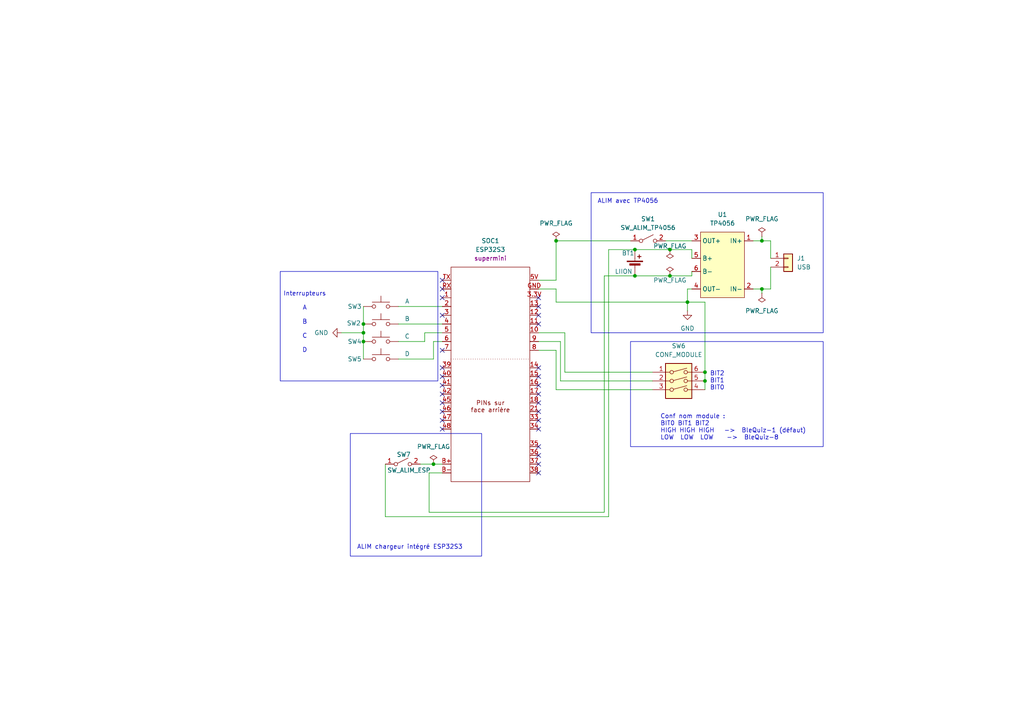
<source format=kicad_sch>
(kicad_sch (version 20250114) (generator "eeschema") (generator_version "9.0")
  (paper "A4")
  (title_block (title "Module BleQuiz") (date "2026-01-09") (rev "v1") (company "Christophe SCAYA"))
  (lib_symbols
    (symbol "Connector_Generic:Conn_01x02" (pin_names (offset 1.016) (hide yes))
      (property "Reference" "J" (at 0 2.54 0))
      (property "Value" "Conn_01x02" (at 0 -5.08 0))
      (symbol "Conn_01x02_1_1"
        (rectangle (start -1.27 1.27) (end 1.27 -3.81) (stroke (width 0.254)) (fill (type background)))
        (rectangle (start -1.27 0.127) (end 0 -0.127) (stroke (width 0.1524)))
        (rectangle (start -1.27 -2.413) (end 0 -2.667) (stroke (width 0.1524)))
        (pin passive line (at -5.08 0 0) (length 3.81) (name "Pin_1") (number "1"))
        (pin passive line (at -5.08 -2.54 0) (length 3.81) (name "Pin_2") (number "2"))
      )
    )
    (symbol "Device:Battery_Cell" (pin_numbers (hide yes)) (pin_names (offset 0) (hide yes))
      (property "Reference" "BT" (at 2.54 2.54 0))
      (property "Value" "Battery_Cell" (at 2.54 0 0))
      (symbol "Battery_Cell_0_1"
        (rectangle (start -2.286 1.778) (end 2.286 1.524) (fill (type outline)))
        (rectangle (start -1.524 1.016) (end 1.524 0.508) (fill (type outline)))
        (polyline (pts (xy 0 1.778) (xy 0 2.54)))
        (polyline (pts (xy 0 0.762) (xy 0 0)))
        (polyline (pts (xy 0.762 3.048) (xy 1.778 3.048)) (stroke (width 0.254)))
        (polyline (pts (xy 1.27 3.556) (xy 1.27 2.54)) (stroke (width 0.254)))
      )
      (symbol "Battery_Cell_1_1"
        (pin passive line (at 0 5.08 270) (length 2.54) (name "+") (number "1"))
        (pin passive line (at 0 -2.54 90) (length 2.54) (name "-") (number "2"))
      )
    )
    (symbol "ESP32_boards:ESP32S3_supermini"
      (property "Reference" "SOC" (at 11.684 -9.906 0))
      (property "Value" "ESP32S3" (at 11.938 -14.732 0))
      (property "Description" "supermini" (at 11.938 -12.192 0))
      (symbol "ESP32S3_supermini_0_1"
        (rectangle (start 0 0) (end 22.86 -62.23))
      )
      (symbol "ESP32S3_supermini_1_1"
        (polyline (pts (xy 0 -26.67) (xy 22.86 -26.67)) (stroke (width 0) (type dot)))
        (text "PINs sur\nface arrière" (at 11.43 -40.386 0) (effects (font (size 1.27 1.27))))
        (pin bidirectional line (at -2.54 -3.81 0) (length 2.54) (name "") (number "TX"))
        (pin bidirectional line (at -2.54 -6.35 0) (length 2.54) (name "") (number "RX"))
        (pin bidirectional line (at -2.54 -8.89 0) (length 2.54) (name "") (number "1"))
        (pin bidirectional line (at -2.54 -11.43 0) (length 2.54) (name "") (number "2"))
        (pin bidirectional line (at -2.54 -13.97 0) (length 2.54) (name "") (number "3"))
        (pin bidirectional line (at -2.54 -16.51 0) (length 2.54) (name "") (number "4"))
        (pin bidirectional line (at -2.54 -19.05 0) (length 2.54) (name "") (number "5"))
        (pin bidirectional line (at -2.54 -21.59 0) (length 2.54) (name "") (number "6"))
        (pin bidirectional line (at -2.54 -24.13 0) (length 2.54) (name "") (number "7"))
        (pin bidirectional line (at -2.54 -29.21 0) (length 2.54) (name "") (number "39"))
        (pin bidirectional line (at -2.54 -31.75 0) (length 2.54) (name "") (number "40"))
        (pin bidirectional line (at -2.54 -34.29 0) (length 2.54) (name "") (number "41"))
        (pin bidirectional line (at -2.54 -36.83 0) (length 2.54) (name "") (number "42"))
        (pin bidirectional line (at -2.54 -39.37 0) (length 2.54) (name "") (number "45"))
        (pin bidirectional line (at -2.54 -41.91 0) (length 2.54) (name "") (number "46"))
        (pin bidirectional line (at -2.54 -44.45 0) (length 2.54) (name "") (number "47"))
        (pin bidirectional line (at -2.54 -46.99 0) (length 2.54) (name "") (number "48"))
        (pin power_in line (at -2.54 -57.15 0) (length 2.54) (name "") (number "B+"))
        (pin power_in line (at -2.54 -59.69 0) (length 2.54) (name "") (number "B-"))
        (pin power_in line (at 25.4 -3.81 180) (length 2.54) (name "") (number "5V"))
        (pin power_in line (at 25.4 -6.35 180) (length 2.54) (name "") (number "GND"))
        (pin power_out line (at 25.4 -8.89 180) (length 2.54) (name "") (number "3.3V"))
        (pin bidirectional line (at 25.4 -11.43 180) (length 2.54) (name "") (number "13"))
        (pin bidirectional line (at 25.4 -13.97 180) (length 2.54) (name "") (number "12"))
        (pin bidirectional line (at 25.4 -16.51 180) (length 2.54) (name "") (number "11"))
        (pin bidirectional line (at 25.4 -19.05 180) (length 2.54) (name "") (number "10"))
        (pin bidirectional line (at 25.4 -21.59 180) (length 2.54) (name "") (number "9"))
        (pin bidirectional line (at 25.4 -24.13 180) (length 2.54) (name "") (number "8"))
        (pin bidirectional line (at 25.4 -29.21 180) (length 2.54) (name "") (number "14"))
        (pin bidirectional line (at 25.4 -31.75 180) (length 2.54) (name "") (number "15"))
        (pin bidirectional line (at 25.4 -34.29 180) (length 2.54) (name "") (number "16"))
        (pin bidirectional line (at 25.4 -36.83 180) (length 2.54) (name "") (number "17"))
        (pin bidirectional line (at 25.4 -39.37 180) (length 2.54) (name "") (number "18"))
        (pin bidirectional line (at 25.4 -41.91 180) (length 2.54) (name "") (number "21"))
        (pin bidirectional line (at 25.4 -44.45 180) (length 2.54) (name "") (number "33"))
        (pin bidirectional line (at 25.4 -46.99 180) (length 2.54) (name "") (number "34"))
        (pin bidirectional line (at 25.4 -52.07 180) (length 2.54) (name "") (number "35"))
        (pin bidirectional line (at 25.4 -54.61 180) (length 2.54) (name "") (number "36"))
        (pin bidirectional line (at 25.4 -57.15 180) (length 2.54) (name "") (number "37"))
        (pin bidirectional line (at 25.4 -59.69 180) (length 2.54) (name "") (number "38"))
      )
    )
    (symbol "Switch:SW_DIP_x03" (pin_names (offset 0) (hide yes))
      (property "Reference" "SW" (at 0 6.35 0))
      (property "Value" "SW_DIP_x03" (at 0 -6.35 0))
      (symbol "SW_DIP_x03_0_0"
        (circle (center -2.032 2.54) (radius 0.508))
        (circle (center -2.032 0) (radius 0.508))
        (circle (center -2.032 -2.54) (radius 0.508))
        (polyline (pts (xy -1.524 2.667) (xy 2.3622 3.7084)))
        (polyline (pts (xy -1.524 0.127) (xy 2.3622 1.1684)))
        (polyline (pts (xy -1.524 -2.413) (xy 2.3622 -1.3716)))
        (circle (center 2.032 2.54) (radius 0.508))
        (circle (center 2.032 0) (radius 0.508))
        (circle (center 2.032 -2.54) (radius 0.508))
      )
      (symbol "SW_DIP_x03_0_1"
        (rectangle (start -3.81 5.08) (end 3.81 -5.08) (stroke (width 0.254)) (fill (type background)))
      )
      (symbol "SW_DIP_x03_1_1"
        (pin passive line (at -7.62 2.54 0) (length 5.08) (name "~") (number "1"))
        (pin passive line (at -7.62 0 0) (length 5.08) (name "~") (number "2"))
        (pin passive line (at -7.62 -2.54 0) (length 5.08) (name "~") (number "3"))
        (pin passive line (at 7.62 2.54 180) (length 5.08) (name "~") (number "6"))
        (pin passive line (at 7.62 0 180) (length 5.08) (name "~") (number "5"))
        (pin passive line (at 7.62 -2.54 180) (length 5.08) (name "~") (number "4"))
      )
    )
    (symbol "Switch:SW_Push" (pin_numbers (hide yes)) (pin_names (offset 1.016) (hide yes))
      (property "Reference" "SW" (at 1.27 2.54 0))
      (property "Value" "SW_Push" (at 0 -1.524 0))
      (symbol "SW_Push_0_1"
        (circle (center -2.032 0) (radius 0.508))
        (polyline (pts (xy 0 1.27) (xy 0 3.048)))
        (circle (center 2.032 0) (radius 0.508))
        (polyline (pts (xy 2.54 1.27) (xy -2.54 1.27)))
        (pin passive line (at -5.08 0 0) (length 2.54) (name "1") (number "1"))
        (pin passive line (at 5.08 0 180) (length 2.54) (name "2") (number "2"))
      )
    )
    (symbol "Switch:SW_SPST" (pin_names (offset 0) (hide yes))
      (property "Reference" "SW" (at 0 3.175 0))
      (property "Value" "SW_SPST" (at 0 -2.54 0))
      (symbol "SW_SPST_0_0"
        (circle (center -2.032 0) (radius 0.508))
        (polyline (pts (xy -1.524 0.254) (xy 1.524 1.778)))
        (circle (center 2.032 0) (radius 0.508))
      )
      (symbol "SW_SPST_1_1"
        (pin passive line (at -5.08 0 0) (length 2.54) (name "A") (number "1"))
        (pin passive line (at 5.08 0 180) (length 2.54) (name "B") (number "2"))
      )
    )
    (symbol "TP4056_module:TP4056_module"
      (property "Reference" "U2" (at 0 -0.3081 0))
      (property "Value" "~" (at 0 0 0))
      (symbol "TP4056_module_1_1"
        (rectangle (start -6.35 -1.27) (end 6.35 -20.32) (fill (type background)))
        (pin power_in line (at -8.89 -3.81 0) (length 2.54) (name "IN+") (number "1"))
        (pin power_in line (at -8.89 -17.78 0) (length 2.54) (name "IN-") (number "2"))
        (pin power_out line (at 8.89 -3.81 180) (length 2.54) (name "OUT+") (number "3"))
        (pin power_in line (at 8.89 -8.89 180) (length 2.54) (name "B+") (number "5"))
        (pin power_in line (at 8.89 -12.7 180) (length 2.54) (name "B-") (number "6"))
        (pin power_out line (at 8.89 -17.78 180) (length 2.54) (name "OUT-") (number "4"))
      )
    )
    (symbol "power:GND" (power) (pin_numbers (hide yes)) (pin_names (offset 0) (hide yes))
      (property "Value" "GND" (at 0 -3.81 0))
      (symbol "GND_0_1"
        (polyline (pts (xy 0 0) (xy 0 -1.27) (xy 1.27 -1.27) (xy 0 -2.54) (xy -1.27 -1.27) (xy 0 -1.27)))
      )
      (symbol "GND_1_1"
        (pin power_in line (at 0 0 270) (length 0) (name "~") (number "1"))
      )
    )
    (symbol "power:PWR_FLAG" (power) (pin_numbers (hide yes)) (pin_names (offset 0) (hide yes))
      (property "Value" "PWR_FLAG" (at 0 3.81 0))
      (symbol "PWR_FLAG_0_0"
        (pin power_out line (at 0 0 90) (length 0) (name "~") (number "1"))
      )
      (symbol "PWR_FLAG_0_1"
        (polyline (pts (xy 0 0) (xy 0 1.27) (xy -1.016 1.905) (xy 0 2.54) (xy 1.016 1.905) (xy 0 1.27)))
      )
    )
  )
  (rectangle (start 182.88 99.06) (end 238.76 129.54))
  (rectangle (start 81.28 78.74) (end 127 110.49))
  (rectangle (start 171.45 55.88) (end 238.76 96.52))
  (rectangle (start 101.6 125.73) (end 139.7 161.29))
  (text "BIT2\nBIT1\nBIT0" (at 208.026 110.49 0) (effects (font (size 1.27 1.27))))
  (text "ALIM chargeur intégré ESP32S3" (at 118.872 158.75 0) (effects (font (size 1.27 1.27))))
  (text "Conf nom module :\nBIT0 BIT1 BIT2\nHIGH HIGH HIGH   ->  BleQuiz-1 (défaut)\nLOW  LOW  LOW    ->  BleQuiz-8" (at 191.516 123.952 0) (effects (font (size 1.27 1.27)) (justify left)))
  (text "Interrupteurs\n\nA\n\nB\n\nC\n\nD" (at 88.392 93.472 0) (effects (font (size 1.27 1.27))))
  (text "ALIM avec TP4056" (at 182.118 58.42 0) (effects (font (size 1.27 1.27))))
  (junction (at 125.73 134.62))
  (junction (at 204.47 107.95))
  (junction (at 184.15 80.01))
  (junction (at 161.29 69.85))
  (junction (at 204.47 110.49))
  (junction (at 105.41 96.52))
  (junction (at 220.98 69.85))
  (junction (at 105.41 99.06))
  (junction (at 194.31 80.01))
  (junction (at 220.98 83.82))
  (junction (at 199.39 87.63))
  (junction (at 194.31 72.39))
  (junction (at 105.41 93.98))
  (junction (at 184.15 72.39))
  (no_connect (at 128.27 124.46))
  (no_connect (at 156.21 134.62))
  (no_connect (at 156.21 106.68))
  (no_connect (at 156.21 137.16))
  (no_connect (at 128.27 86.36))
  (no_connect (at 128.27 91.44))
  (no_connect (at 128.27 81.28))
  (no_connect (at 156.21 111.76))
  (no_connect (at 128.27 111.76))
  (no_connect (at 128.27 101.6))
  (no_connect (at 156.21 86.36))
  (no_connect (at 128.27 116.84))
  (no_connect (at 128.27 114.3))
  (no_connect (at 128.27 121.92))
  (no_connect (at 156.21 93.98))
  (no_connect (at 156.21 114.3))
  (no_connect (at 156.21 129.54))
  (no_connect (at 156.21 124.46))
  (no_connect (at 128.27 109.22))
  (no_connect (at 156.21 132.08))
  (no_connect (at 156.21 116.84))
  (no_connect (at 156.21 88.9))
  (no_connect (at 156.21 121.92))
  (no_connect (at 156.21 109.22))
  (no_connect (at 128.27 106.68))
  (no_connect (at 156.21 91.44))
  (no_connect (at 156.21 119.38))
  (no_connect (at 128.27 119.38))
  (no_connect (at 128.27 83.82))
  (wire (pts (xy 115.57 99.06) (xy 123.19 99.06)))
  (wire (pts (xy 124.46 148.59) (xy 124.46 137.16)))
  (wire (pts (xy 199.39 83.82) (xy 199.39 87.63)))
  (wire (pts (xy 220.98 69.85) (xy 223.52 69.85)))
  (wire (pts (xy 200.66 72.39) (xy 200.66 74.93)))
  (wire (pts (xy 111.76 134.62) (xy 111.76 149.86)))
  (wire (pts (xy 223.52 83.82) (xy 223.52 77.47)))
  (wire (pts (xy 105.41 93.98) (xy 105.41 96.52)))
  (wire (pts (xy 218.44 83.82) (xy 220.98 83.82)))
  (wire (pts (xy 161.29 101.6) (xy 161.29 113.03)))
  (wire (pts (xy 204.47 87.63) (xy 204.47 107.95)))
  (wire (pts (xy 123.19 96.52) (xy 128.27 96.52)))
  (wire (pts (xy 199.39 87.63) (xy 161.29 87.63)))
  (wire (pts (xy 111.76 149.86) (xy 176.53 149.86)))
  (wire (pts (xy 156.21 101.6) (xy 161.29 101.6)))
  (wire (pts (xy 105.41 88.9) (xy 105.41 93.98)))
  (wire (pts (xy 115.57 93.98) (xy 128.27 93.98)))
  (wire (pts (xy 218.44 69.85) (xy 220.98 69.85)))
  (wire (pts (xy 220.98 83.82) (xy 223.52 83.82)))
  (wire (pts (xy 162.56 110.49) (xy 189.23 110.49)))
  (wire (pts (xy 125.73 99.06) (xy 128.27 99.06)))
  (wire (pts (xy 199.39 83.82) (xy 200.66 83.82)))
  (wire (pts (xy 123.19 99.06) (xy 123.19 96.52)))
  (wire (pts (xy 156.21 81.28) (xy 161.29 81.28)))
  (wire (pts (xy 223.52 69.85) (xy 223.52 74.93)))
  (wire (pts (xy 220.98 83.82) (xy 220.98 85.09)))
  (wire (pts (xy 184.15 72.39) (xy 194.31 72.39)))
  (wire (pts (xy 175.26 80.01) (xy 175.26 148.59)))
  (wire (pts (xy 204.47 107.95) (xy 204.47 110.49)))
  (wire (pts (xy 105.41 99.06) (xy 105.41 104.14)))
  (wire (pts (xy 184.15 80.01) (xy 175.26 80.01)))
  (wire (pts (xy 121.92 134.62) (xy 125.73 134.62)))
  (wire (pts (xy 175.26 148.59) (xy 124.46 148.59)))
  (wire (pts (xy 156.21 96.52) (xy 163.83 96.52)))
  (wire (pts (xy 200.66 80.01) (xy 200.66 78.74)))
  (wire (pts (xy 184.15 80.01) (xy 194.31 80.01)))
  (wire (pts (xy 115.57 88.9) (xy 128.27 88.9)))
  (wire (pts (xy 176.53 149.86) (xy 176.53 72.39)))
  (wire (pts (xy 194.31 80.01) (xy 200.66 80.01)))
  (wire (pts (xy 163.83 107.95) (xy 189.23 107.95)))
  (wire (pts (xy 163.83 96.52) (xy 163.83 107.95)))
  (wire (pts (xy 156.21 99.06) (xy 162.56 99.06)))
  (wire (pts (xy 193.04 69.85) (xy 200.66 69.85)))
  (wire (pts (xy 125.73 104.14) (xy 125.73 99.06)))
  (wire (pts (xy 220.98 68.58) (xy 220.98 69.85)))
  (wire (pts (xy 124.46 137.16) (xy 128.27 137.16)))
  (wire (pts (xy 105.41 96.52) (xy 105.41 99.06)))
  (wire (pts (xy 161.29 87.63) (xy 161.29 83.82)))
  (wire (pts (xy 199.39 87.63) (xy 204.47 87.63)))
  (wire (pts (xy 194.31 72.39) (xy 200.66 72.39)))
  (wire (pts (xy 161.29 81.28) (xy 161.29 69.85)))
  (wire (pts (xy 161.29 113.03) (xy 189.23 113.03)))
  (wire (pts (xy 204.47 110.49) (xy 204.47 113.03)))
  (wire (pts (xy 161.29 69.85) (xy 182.88 69.85)))
  (wire (pts (xy 125.73 134.62) (xy 128.27 134.62)))
  (wire (pts (xy 156.21 83.82) (xy 161.29 83.82)))
  (wire (pts (xy 162.56 99.06) (xy 162.56 110.49)))
  (wire (pts (xy 115.57 104.14) (xy 125.73 104.14)))
  (wire (pts (xy 199.39 87.63) (xy 199.39 90.17)))
  (wire (pts (xy 99.06 96.52) (xy 105.41 96.52)))
  (wire (pts (xy 176.53 72.39) (xy 184.15 72.39)))
  (symbol (lib_id "power:GND") (at 199.39 90.17 0) (unit 1)
    (property "Reference" "#PWR01" (effects (hide yes)))
    (property "Value" "GND" (at 199.39 95.25 0))
    (property "Description" "Power symbol creates a global label with name \"GND\" , ground" (effects (hide yes)))
  )
  (symbol (lib_id "power:PWR_FLAG") (at 194.31 80.01 0) (unit 1)
    (property "Reference" "#FLG02" (effects (hide yes)))
    (property "Value" "PWR_FLAG" (at 194.31 81.28 0))
    (property "Description" "Special symbol for telling ERC where power comes from" (effects (hide yes)))
  )
  (symbol (lib_id "power:PWR_FLAG") (at 220.98 85.09 0) (mirror x) (unit 1)
    (property "Reference" "#FLG05" (effects (hide yes)))
    (property "Value" "PWR_FLAG" (at 220.98 90.17 0))
    (property "Description" "Special symbol for telling ERC where power comes from" (effects (hide yes)))
  )
  (symbol (lib_id "power:PWR_FLAG") (at 194.31 72.39 180) (unit 1)
    (property "Reference" "#FLG03" (effects (hide yes)))
    (property "Value" "PWR_FLAG" (at 194.31 71.374 0))
    (property "Description" "Special symbol for telling ERC where power comes from" (effects (hide yes)))
  )
  (symbol (lib_id "power:PWR_FLAG") (at 125.73 134.62 0) (unit 1)
    (property "Reference" "#FLG06" (effects (hide yes)))
    (property "Value" "PWR_FLAG" (at 125.73 129.54 0))
    (property "Description" "Special symbol for telling ERC where power comes from" (effects (hide yes)))
  )
  (symbol (lib_id "Switch:SW_SPST") (at 116.84 134.62 0) (unit 1)
    (property "Reference" "SW7" (at 117.094 131.826 0))
    (property "Value" "SW_ALIM_ESP" (at 118.618 136.398 0))
    (property "Footprint" "Connector_PinHeader_2.54mm:PinHeader_1x02_P2.54mm_Vertical" (effects (hide yes)))
    (property "Description" "Single Pole Single Throw (SPST) switch" (effects (hide yes)))
  )
  (symbol (lib_id "Switch:SW_Push") (at 110.49 99.06 0) (unit 1)
    (property "Reference" "SW4" (at 102.87 99.06 0))
    (property "Value" "C" (at 118.11 97.536 0))
    (property "Footprint" "SW_PUSH-12mm:SW_PUSH-12mm" (effects (hide yes)))
    (property "Description" "Push button switch, generic, two pins" (effects (hide yes)))
  )
  (symbol (lib_id "ESP32_boards:ESP32S3_supermini") (at 130.81 77.47 0) (unit 1)
    (property "Reference" "SOC1" (at 142.24 69.85 0))
    (property "Value" "ESP32S3" (at 142.24 72.39 0))
    (property "Footprint" "ESP32_boards:ESP32S3_supermini" (effects (hide yes)))
    (property "Description" "supermini" (at 142.24 74.93 0))
  )
  (symbol (lib_id "Switch:SW_Push") (at 110.49 104.14 0) (unit 1)
    (property "Reference" "SW5" (at 102.87 104.14 0))
    (property "Value" "D" (at 118.11 102.616 0))
    (property "Footprint" "SW_PUSH-12mm:SW_PUSH-12mm" (effects (hide yes)))
    (property "Description" "Push button switch, generic, two pins" (effects (hide yes)))
  )
  (symbol (lib_id "Switch:SW_DIP_x03") (at 196.85 110.49 0) (unit 1)
    (property "Reference" "SW6" (at 196.85 100.33 0))
    (property "Value" "CONF_MODULE" (at 196.85 102.87 0))
    (property "Footprint" "Button_Switch_THT:SW_DIP_SPSTx03_Slide_6.7x9.18mm_W7.62mm_P2.54mm_LowProfile" (effects (hide yes)))
    (property "Description" "3x DIP Switch, Single Pole Single Throw (SPST) switch, small symbol" (effects (hide yes)))
  )
  (symbol (lib_id "Device:Battery_Cell") (at 184.15 77.47 0) (unit 1)
    (property "Reference" "BT1" (at 180.34 73.406 0) (effects (justify left)))
    (property "Value" "LIION" (at 178.308 78.74 0) (effects (justify left)))
    (property "Footprint" "TP4056-18650:18650_support" (effects (hide yes)))
    (property "Description" "Single-cell battery" (effects (hide yes)))
  )
  (symbol (lib_id "power:GND") (at 99.06 96.52 270) (unit 1)
    (property "Reference" "#PWR02" (effects (hide yes)))
    (property "Value" "GND" (at 95.25 96.5199 90) (effects (justify right)))
    (property "Description" "Power symbol creates a global label with name \"GND\" , ground" (effects (hide yes)))
  )
  (symbol (lib_id "power:PWR_FLAG") (at 161.29 69.85 0) (unit 1)
    (property "Reference" "#FLG01" (effects (hide yes)))
    (property "Value" "PWR_FLAG" (at 161.29 64.77 0))
    (property "Description" "Special symbol for telling ERC where power comes from" (effects (hide yes)))
  )
  (symbol (lib_id "Switch:SW_Push") (at 110.49 88.9 0) (unit 1)
    (property "Reference" "SW3" (at 102.87 88.9 0))
    (property "Value" "A" (at 118.11 87.376 0))
    (property "Footprint" "SW_PUSH-12mm:SW_PUSH-12mm" (effects (hide yes)))
    (property "Description" "Push button switch, generic, two pins" (effects (hide yes)))
  )
  (symbol (lib_id "TP4056_module:TP4056_module") (at 209.55 66.04 0) (mirror y) (unit 1)
    (property "Reference" "U1" (at 209.55 62.23 0))
    (property "Value" "TP4056" (at 209.55 64.77 0))
    (property "Footprint" "TP4056-18650:TP4056-18650" (effects (hide yes)))
  )
  (symbol (lib_id "Connector_Generic:Conn_01x02") (at 228.6 74.93 0) (unit 1)
    (property "Reference" "J1" (at 231.14 74.9299 0) (effects (justify left)))
    (property "Value" "USB" (at 231.14 77.4699 0) (effects (justify left)))
    (property "Footprint" "Connector_PinHeader_2.54mm:PinHeader_1x02_P2.54mm_Vertical" (effects (hide yes)))
    (property "Description" "Generic connector, single row, 01x02, script generated (kicad-library-utils/schlib/autogen/connector/)" (effects (hide yes)))
  )
  (symbol (lib_id "Switch:SW_SPST") (at 187.96 69.85 0) (unit 1)
    (property "Reference" "SW1" (at 187.96 63.5 0))
    (property "Value" "SW_ALIM_TP4056" (at 187.96 66.04 0))
    (property "Footprint" "Connector_PinHeader_2.54mm:PinHeader_1x02_P2.54mm_Vertical" (effects (hide yes)))
    (property "Description" "Single Pole Single Throw (SPST) switch" (effects (hide yes)))
  )
  (symbol (lib_id "power:PWR_FLAG") (at 220.98 68.58 0) (unit 1)
    (property "Reference" "#FLG04" (effects (hide yes)))
    (property "Value" "PWR_FLAG" (at 220.98 63.5 0))
    (property "Description" "Special symbol for telling ERC where power comes from" (effects (hide yes)))
  )
  (symbol (lib_id "Switch:SW_Push") (at 110.49 93.98 0) (unit 1)
    (property "Reference" "SW2" (at 102.616 93.726 0))
    (property "Value" "B" (at 118.11 92.456 0))
    (property "Footprint" "SW_PUSH-12mm:SW_PUSH-12mm" (effects (hide yes)))
    (property "Description" "Push button switch, generic, two pins" (effects (hide yes)))
  )
)
</source>
